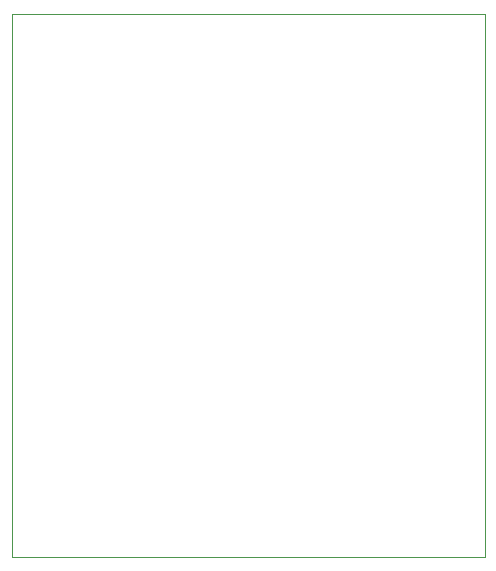
<source format=gbr>
%TF.GenerationSoftware,KiCad,Pcbnew,9.0.6*%
%TF.CreationDate,2025-12-31T22:25:04-08:00*%
%TF.ProjectId,SimpleFlightController,53696d70-6c65-4466-9c69-676874436f6e,rev?*%
%TF.SameCoordinates,Original*%
%TF.FileFunction,Profile,NP*%
%FSLAX46Y46*%
G04 Gerber Fmt 4.6, Leading zero omitted, Abs format (unit mm)*
G04 Created by KiCad (PCBNEW 9.0.6) date 2025-12-31 22:25:04*
%MOMM*%
%LPD*%
G01*
G04 APERTURE LIST*
%TA.AperFunction,Profile*%
%ADD10C,0.050000*%
%TD*%
G04 APERTURE END LIST*
D10*
X142350000Y-87975000D02*
X182350000Y-87975000D01*
X182350000Y-133975000D01*
X142350000Y-133975000D01*
X142350000Y-87975000D01*
M02*

</source>
